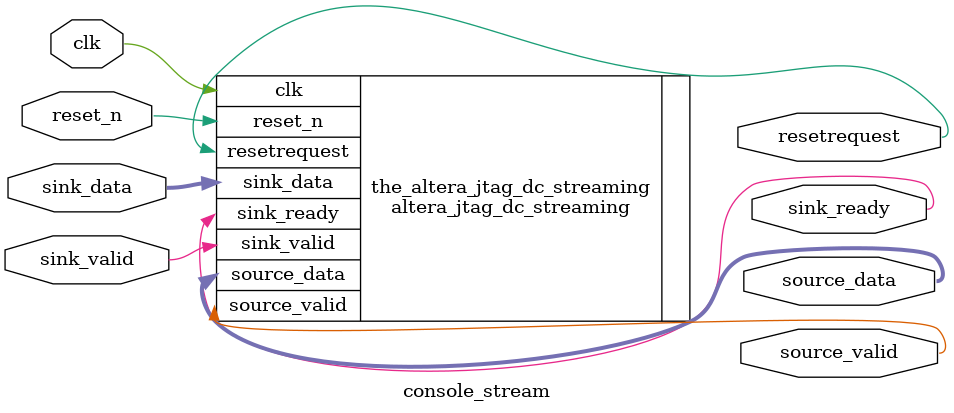
<source format=v>

`timescale 1ns / 1ps
// synthesis translate_on

// turn off superfluous verilog processor warnings 
// altera message_level Level1 
// altera message_off 10034 10035 10036 10037 10230 10240 10030 

module console_stream (
                        // inputs:
                         clk,
                         reset_n,
                         sink_data,
                         sink_valid,

                        // outputs:
                         resetrequest,
                         sink_ready,
                         source_data,
                         source_valid
                      )
;

  output           resetrequest;
  output           sink_ready;
  output  [  7: 0] source_data;
  output           source_valid;
  input            clk;
  input            reset_n;
  input   [  7: 0] sink_data;
  input            sink_valid;

  wire             resetrequest;
  wire             sink_ready;
  wire    [  7: 0] source_data;
  wire             source_valid;
  altera_jtag_dc_streaming the_altera_jtag_dc_streaming
    (
      .clk          (clk),
      .reset_n      (reset_n),
      .resetrequest (resetrequest),
      .sink_data    (sink_data),
      .sink_ready   (sink_ready),
      .sink_valid   (sink_valid),
      .source_data  (source_data),
      .source_valid (source_valid)
    );
  defparam the_altera_jtag_dc_streaming.PURPOSE = 0;


endmodule


</source>
